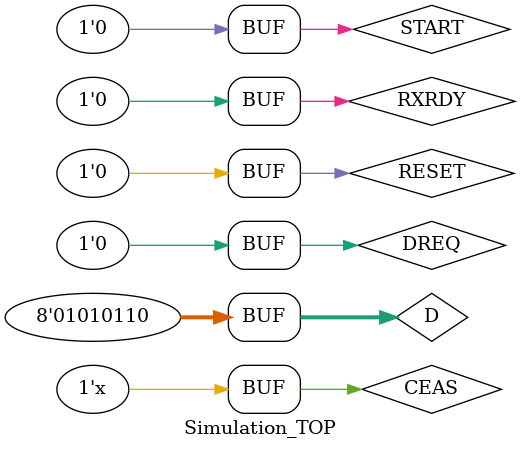
<source format=v>
`timescale 1ns / 1ps


module Simulation_TOP;
    
    reg [7:0] D;
    reg CEAS, RESET, RXRDY, DREQ, START;
    wire DDISP, RDY, DATE_SERIALE, DATE_OPERATIE;
    wire [3:0] CB4CLEout;
    TOP uut(D, CEAS, RESET, RXRDY, DREQ, START, DDISP, RDY, DATE_SERIALE, DATE_OPERATIE, 
             CB4CLEout);
    //

    initial begin
        CEAS = 0;
        
        RESET = 1;
        RXRDY = 0;
        DREQ = 0;
        START = 0;
        D = 8'b01010110; 
        #20;
        RESET = 0;
        #5;
        START = 1;
        #5;
        START = 0;
        #25;
        DREQ = 1;
        #25;
        DREQ = 0;
        #300;
        RXRDY = 1;
        #25;
        RXRDY = 0;
        
    end
    
    always begin
      #10  CEAS = ~CEAS;
    end

endmodule

</source>
